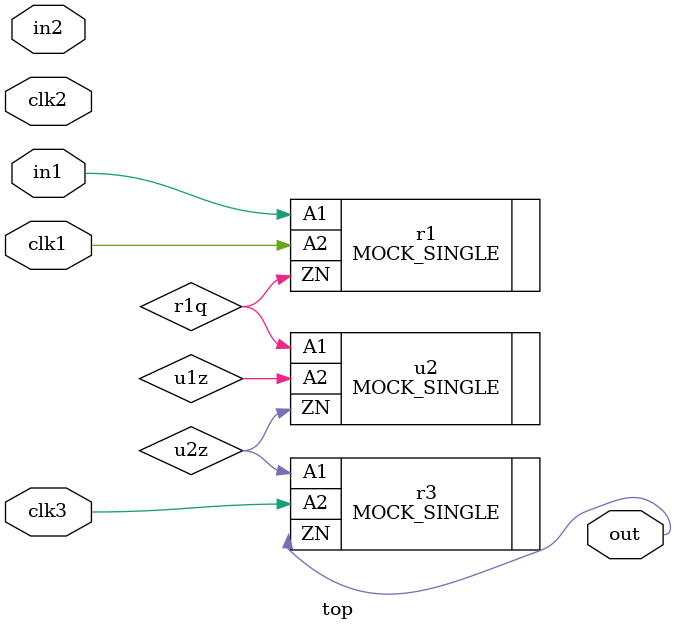
<source format=v>

module top (in1, in2, clk1, clk2, clk3, out);
  input in1, in2, clk1, clk2, clk3;
  output out;
  wire r1q, r2q, u1z, u2z;

  MOCK_SINGLE r1 (.A1(in1), .A2(clk1), .ZN(r1q));
  MOCK_SINGLE r2 (.A1(in2), .A2(clk2), .ZN(r2q));
  MOCK_SINGLE u2 (.A1(r1q), .A2(u1z), .ZN(u2z));
  MOCK_SINGLE r3 (.A1(u2z), .A2(clk3), .ZN(out));
endmodule // top

</source>
